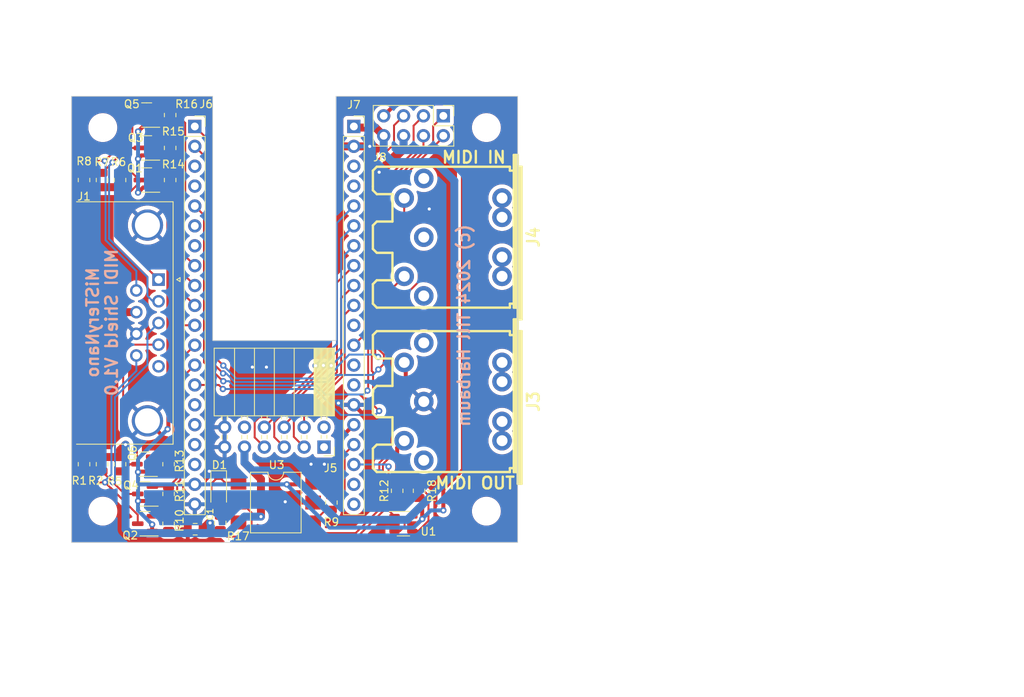
<source format=kicad_pcb>
(kicad_pcb (version 20240108) (generator "pcbnew") (generator_version "8.0")
  (title_block (title "MiSTeryNano MIDI Shield") (date "2024-01-11") (rev "V1.0") (company "Till Harbaum"))
  (layers (0 "F.Cu" signal) (31 "B.Cu" signal) (34 "B.Paste" user) (35 "F.Paste" user) (36 "B.SilkS" user "B.Silkscreen") (37 "F.SilkS" user "F.Silkscreen") (38 "B.Mask" user) (39 "F.Mask" user) (44 "Edge.Cuts" user))
  (net 0 "")
  (net 1 "/UP")
  (net 2 "/DOWN")
  (net 3 "/LEFT")
  (net 4 "/RIGHT")
  (net 5 "/BTN1")
  (net 6 "/BTN2")
  (net 8 "Net-(J3-Pad5)")
  (net 9 "Net-(J3-Pad4)")
  (net 10 "Net-(D1-K)")
  (net 11 "GND")
  (net 12 "+5V")
  (net 13 "Net-(D1-A)")
  (net 16 "Net-(J4-Pad4)")
  (net 21 "P73")
  (net 22 "MIDI_RX")
  (net 23 "+3.3V")
  (net 24 "P74")
  (net 25 "/IO_BTN1")
  (net 26 "/IO_DOWN")
  (net 27 "/IO_UP")
  (net 29 "/IO_RIGHT")
  (net 30 "/IO_LEFT")
  (net 31 "/IO_BTN2")
  (net 33 "BL616_IO16")
  (net 34 "BL616_IO17")
  (net 35 "BL616_IO14")
  (net 36 "BL616_IO15")
  (net 37 "BL616_IO12")
  (net 38 "BL616_IO13")
  (net 39 "BL616_IO10")
  (net 40 "BL616_IO11")
  (net 41 "MIDI_TX")
  (net 42 "P77")
  (net 45 "P31")
  (net 52 "P49")
  (net 59 "Net-(R12-Pad1)")
  (net 60 "Net-(U1-Pad3)")
  (footprint "Resistor_SMD:R_0805_2012Metric" (layer "F.Cu") (at 84.292 88.2 -90)
    (property "Reference" "R10")
    (property "Value" "10k")
  )
  (footprint "Package_TO_SOT_SMD:SOT-23" (layer "F.Cu") (at 81.292 84.4 180)
    (property "Reference" "Q4")
    (property "Value" "BSS123")
  )
  (footprint "Resistor_SMD:R_0805_2012Metric" (layer "F.Cu") (at 90.892 88.1 90)
    (property "Reference" "R17")
    (property "Value" "220")
  )
  (footprint "MountingHole:MountingHole_3.2mm_M3" (layer "F.Cu") (at 75.892 86.6)
    (property "Reference" "H3" (hide yes))
    (property "Value" "MountingHole" (hide yes))
  )
  (footprint "Resistor_SMD:R_0805_2012Metric" (layer "F.Cu") (at 84.492 40.2 -90)
    (property "Reference" "R15")
    (property "Value" "10k")
  )
  (footprint "Connector_PinSocket_2.54mm:PinSocket_2x06_P2.54mm_Horizontal" (layer "F.Cu") (at 104.15 78.4172 -90)
    (property "Reference" "J5")
    (property "Value" "Conn_02x06_Odd_Even" (hide yes))
  )
  (footprint "Resistor_SMD:R_0805_2012Metric" (layer "F.Cu") (at 84.492 36 -90)
    (property "Reference" "R16")
    (property "Value" "10k")
  )
  (footprint "Connector_PinHeader_2.54mm:PinHeader_2x04_P2.54mm_Vertical" (layer "F.Cu") (at 119.392 36.1 -90)
    (property "Reference" "J8")
    (property "Value" "Conn_02x04_Pin")
  )
  (footprint "Connector_PinSocket_2.54mm:PinSocket_1x20_P2.54mm_Vertical" (layer "F.Cu") (at 87.64 37.4564)
    (property "Reference" "J6")
    (property "Value" "Conn_01x20_Socket")
  )
  (footprint "Resistor_SMD:R_0805_2012Metric" (layer "F.Cu") (at 84.292 84.4 -90)
    (property "Reference" "R11")
    (property "Value" "10k")
  )
  (footprint "Connector_Dsub:DSUB-9_Male_Horizontal_P2.77x2.84mm_EdgePinOffset7.70mm_Housed_MountingHolesOffset9.12mm" (layer "F.Cu") (at 83.0124 57.02 -90)
    (property "Reference" "J1")
    (property "Value" "Joystick")
  )
  (footprint "Capacitor_SMD:C_0805_2012Metric" (layer "F.Cu") (at 87.692 88.9)
    (property "Reference" "C1")
    (property "Value" "100nF")
  )
  (footprint "tangnano:din-5" (layer "F.Cu") (at 119.892 51.6 90)
    (property "Reference" "J4")
    (property "Value" "MIDI IN")
  )
  (footprint "Resistor_SMD:R_0805_2012Metric" (layer "F.Cu") (at 84.292 80.6 -90)
    (property "Reference" "R13")
    (property "Value" "10k")
  )
  (footprint "MountingHole:MountingHole_3.2mm_M3" (layer "F.Cu") (at 75.892 37.6)
    (property "Reference" "H2" (hide yes))
    (property "Value" "MountingHole" (hide yes))
  )
  (footprint "Connector_PinSocket_2.54mm:PinSocket_1x20_P2.54mm_Vertical" (layer "F.Cu") (at 107.96 37.4564)
    (property "Reference" "J7")
    (property "Value" "Conn_01x20_Socket")
  )
  (footprint "Resistor_SMD:R_0805_2012Metric" (layer "F.Cu") (at 73.492 80.6 90)
    (property "Reference" "R1")
    (property "Value" "10k")
  )
  (footprint "Package_DIP:SMDIP-6_W9.53mm" (layer "F.Cu") (at 97.992 85.5)
    (property "Reference" "U3")
    (property "Value" "H11L1S")
  )
  (footprint "Resistor_SMD:R_0805_2012Metric" (layer "F.Cu") (at 105.092 85.5 90)
    (property "Reference" "R9")
    (property "Value" "270")
  )
  (footprint "Package_TO_SOT_SMD:SOT-23" (layer "F.Cu") (at 81.192 80.6 180)
    (property "Reference" "Q6")
    (property "Value" "BSS123")
  )
  (footprint "Resistor_SMD:R_0805_2012Metric" (layer "F.Cu") (at 78.092 80.6 90)
    (property "Reference" "R5")
    (property "Value" "10k")
  )
  (footprint "Package_TO_SOT_SMD:SOT-23" (layer "F.Cu") (at 81.292 88.2 180)
    (property "Reference" "Q2")
    (property "Value" "BSS123")
  )
  (footprint "Resistor_SMD:R_0805_2012Metric" (layer "F.Cu") (at 73.492 44.3 -90)
    (property "Reference" "R8")
    (property "Value" "10k")
  )
  (footprint "Package_TO_SOT_SMD:SOT-23-6" (layer "F.Cu") (at 114.292 88.2)
    (property "Reference" "U1")
    (property "Value" "74LVC2G14")
  )
  (footprint "Diode_SMD:D_SOD-123" (layer "F.Cu") (at 90.692 83.8 -90)
    (property "Reference" "D1")
    (property "Value" "1N4148W")
  )
  (footprint "Package_TO_SOT_SMD:SOT-23" (layer "F.Cu") (at 81.492 36 180)
    (property "Reference" "Q5")
    (property "Value" "BSS123")
  )
  (footprint "MountingHole:MountingHole_3.2mm_M3" (layer "F.Cu") (at 124.892 86.6)
    (property "Reference" "H4" (hide yes))
    (property "Value" "MountingHole" (hide yes))
  )
  (footprint "Package_TO_SOT_SMD:SOT-23" (layer "F.Cu") (at 81.492 44.3 180)
    (property "Reference" "Q1")
    (property "Value" "BSS123")
  )
  (footprint "Resistor_SMD:R_0805_2012Metric" (layer "F.Cu") (at 116.292 84 -90)
    (property "Reference" "R18")
    (property "Value" "47")
  )
  (footprint "Resistor_SMD:R_0805_2012Metric" (layer "F.Cu") (at 113.492 84 90)
    (property "Reference" "R12")
    (property "Value" "47")
  )
  (footprint "Package_TO_SOT_SMD:SOT-23" (layer "F.Cu") (at 81.492 40.2 180)
    (property "Reference" "Q3")
    (property "Value" "BSS123")
  )
  (footprint "MountingHole:MountingHole_3.2mm_M3" (layer "F.Cu") (at 124.892 37.6)
    (property "Reference" "H1" (hide yes))
    (property "Value" "MountingHole" (hide yes))
  )
  (footprint "Resistor_SMD:R_0805_2012Metric" (layer "F.Cu") (at 75.792 44.3 -90)
    (property "Reference" "R7")
    (property "Value" "10k")
  )
  (footprint "tangnano:din-5" (layer "F.Cu") (at 119.892 72.6 90)
    (property "Reference" "J3")
    (property "Value" "MIDI OUT")
  )
  (footprint "Resistor_SMD:R_0805_2012Metric" (layer "F.Cu") (at 75.792 80.6 90)
    (property "Reference" "R2")
    (property "Value" "10k")
  )
  (footprint "Resistor_SMD:R_0805_2012Metric" (layer "F.Cu") (at 84.492 44.3 -90)
    (property "Reference" "R14")
    (property "Value" "10k")
  )
  (footprint "Resistor_SMD:R_0805_2012Metric" (layer "F.Cu") (at 78.092 44.3 -90)
    (property "Reference" "R6")
    (property "Value" "10k")
  )
  (gr_poly (pts (xy 71.892 33.6) (xy 89.926 33.6) (xy 89.926 64.8) (xy 105.674 64.8) (xy 105.674 33.6) (xy 128.892 33.6) (xy 128.892 90.6) (xy 71.892 90.6)) (stroke (width 0.1)) (fill none) (layer "Edge.Cuts"))
  (gr_text "MiSTeryNano\nMIDI Shield V1.0" (at 77.892 62.5 90) (layer "B.SilkS") (effects (font (size 1.5 1.5) (thickness 0.3) (bold yes)) (justify bottom mirror)))
  (gr_text "(c) 2024 Till Harbaum" (at 122.892 49.8 90) (layer "B.SilkS") (effects (font (size 1.5 1.5) (thickness 0.3) (bold yes)) (justify left bottom mirror)))
  (segment (start 83.0124 57.02) (end 77.892 51.8996) (width 0.25) (layer "F.Cu") (net 1))
  (segment (start 80.5545 44.6375) (end 80.5545 44.3) (width 0.25) (layer "F.Cu") (net 1))
  (segment (start 77.892 47.3) (end 80.5545 44.6375) (width 0.25) (layer "F.Cu") (net 1))
  (segment (start 79.642 43.3875) (end 80.5545 44.3) (width 0.25) (layer "F.Cu") (net 1))
  (segment (start 77.892 51.8996) (end 77.892 47.3) (width 0.25) (layer "F.Cu") (net 1))
  (segment (start 78.092 43.3875) (end 79.642 43.3875) (width 0.25) (layer "F.Cu") (net 1))
  (segment (start 77.120938 42.051709) (end 77.120938 42.058562) (width 0.25) (layer "F.Cu") (net 2))
  (segment (start 77.120938 42.058562) (end 75.792 43.3875) (width 0.25) (layer "F.Cu") (net 2))
  (segment (start 77.120938 42.051709) (end 78.972647 40.2) (width 0.25) (layer "F.Cu") (net 2))
  (segment (start 83.0124 59.3204) (end 83.0124 59.79) (width 0.25) (layer "F.Cu") (net 2))
  (segment (start 78.972647 40.2) (end 80.5545 40.2) (width 0.25) (layer "F.Cu") (net 2))
  (via (at 77.120938 42.051709) (size 0.8) (drill 0.4) (layers "F.Cu" "B.Cu") (net 2))
  (segment (start 81.592 59.1) (end 82.282 59.79) (width 0.25) (layer "B.Cu") (net 2))
  (segment (start 76.692 42.480647) (end 76.692 51.8) (width 0.25) (layer "B.Cu") (net 2))
  (segment (start 82.282 59.79) (end 83.0124 59.79) (width 0.25) (layer "B.Cu") (net 2))
  (segment (start 76.692 51.8) (end 81.592 56.7) (width 0.25) (layer "B.Cu") (net 2))
  (segment (start 77.120938 42.051709) (end 76.692 42.480647) (width 0.25) (layer "B.Cu") (net 2))
  (segment (start 81.592 56.7) (end 81.592 59.1) (width 0.25) (layer "B.Cu") (net 2))
  (segment (start 77.172697 82.893197) (end 77.172697 82.895906) (width 0.25) (layer "F.Cu") (net 3))
  (segment (start 75.792 81.5125) (end 77.172697 82.893197) (width 0.25) (layer "F.Cu") (net 3))
  (segment (start 77.172697 82.895906) (end 78.676791 84.4) (width 0.25) (layer "F.Cu") (net 3))
  (segment (start 78.676791 84.4) (end 80.3545 84.4) (width 0.25) (layer "F.Cu") (net 3))
  (via (at 77.172697 82.895906) (size 0.8) (drill 0.4) (layers "F.Cu" "B.Cu") (net 3))
  (segment (start 77.442 82.626603) (end 77.442 72.05) (width 0.25) (layer "B.Cu") (net 3))
  (segment (start 81.592 67.9) (end 81.592 63.9804) (width 0.25) (layer "B.Cu") (net 3))
  (segment (start 77.442 72.05) (end 81.592 67.9) (width 0.25) (layer "B.Cu") (net 3))
  (segment (start 77.172697 82.895906) (end 77.442 82.626603) (width 0.25) (layer "B.Cu") (net 3))
  (segment (start 81.592 63.9804) (end 83.0124 62.56) (width 0.25) (layer "B.Cu") (net 3))
  (segment (start 78.492 66.4) (end 78.492 76) (width 0.25) (layer "F.Cu") (net 4))
  (segment (start 78.092 81.5125) (end 78.4795 81.5125) (width 0.25) (layer "F.Cu") (net 4))
  (segment (start 79.562 65.33) (end 78.492 66.4) (width 0.25) (layer "F.Cu") (net 4))
  (segment (start 78.492 76) (end 80.2545 77.7625) (width 0.25) (layer "F.Cu") (net 4))
  (segment (start 83.0124 65.33) (end 79.562 65.33) (width 0.25) (layer "F.Cu") (net 4))
  (segment (start 79.392 80.6) (end 80.2545 80.6) (width 0.25) (layer "F.Cu") (net 4))
  (segment (start 80.2545 77.7625) (end 80.2545 80.6) (width 0.25) (layer "F.Cu") (net 4))
  (segment (start 78.4795 81.5125) (end 79.392 80.6) (width 0.25) (layer "F.Cu") (net 4))
  (segment (start 80.5545 36.4375) (end 80.5545 36) (width 0.25) (layer "F.Cu") (net 5))
  (segment (start 75.0295 41.85) (end 73.492 43.3875) (width 0.25) (layer "F.Cu") (net 5))
  (segment (start 79.667 38.325) (end 79.667 37.325) (width 0.25) (layer "F.Cu") (net 5))
  (segment (start 76.142 41.85) (end 75.0295 41.85) (width 0.25) (layer "F.Cu") (net 5))
  (segment (start 76.142 41.85) (end 79.667 38.325) (width 0.25) (layer "F.Cu") (net 5))
  (segment (start 79.667 37.325) (end 80.5545 36.4375) (width 0.25) (layer "F.Cu") (net 5))
  (via (at 76.142 41.85) (size 0.8) (drill 0.4) (layers "F.Cu" "B.Cu") (net 5))
  (segment (start 76.242 51.986396) (end 80.1724 55.916796) (width 0.25) (layer "B.Cu") (net 5))
  (segment (start 76.142 41.85) (end 76.242 41.95) (width 0.25) (layer "B.Cu") (net 5))
  (segment (start 76.242 41.95) (end 76.242 51.986396) (width 0.25) (layer "B.Cu") (net 5))
  (segment (start 80.1724 55.916796) (end 80.1724 58.405) (width 0.25) (layer "B.Cu") (net 5))
  (segment (start 80.3545 87.0625) (end 80.3545 88.2) (width 0.25) (layer "F.Cu") (net 6))
  (segment (start 76.173451 82.921965) (end 76.872392 83.620906) (width 0.25) (layer "F.Cu") (net 6))
  (segment (start 73.767 81.5125) (end 73.492 81.5125) (width 0.25) (layer "F.Cu") (net 6))
  (segment (start 76.173451 82.918549) (end 76.173451 82.921965) (width 0.25) (layer "F.Cu") (net 6))
  (segment (start 76.173451 82.918549) (end 75.173049 82.918549) (width 0.25) (layer "F.Cu") (net 6))
  (segment (start 76.912906 83.620906) (end 80.3545 87.0625) (width 0.25) (layer "F.Cu") (net 6))
  (segment (start 76.872392 83.620906) (end 76.912906 83.620906) (width 0.25) (layer "F.Cu") (net 6))
  (segment (start 75.173049 82.918549) (end 73.767 81.5125) (width 0.25) (layer "F.Cu") (net 6))
  (via (at 76.173451 82.918549) (size 0.8) (drill 0.4) (layers "F.Cu" "B.Cu") (net 6))
  (segment (start 80.1724 68.683204) (end 80.1724 66.715) (width 0.25) (layer "B.Cu") (net 6))
  (segment (start 76.992 81.9) (end 76.992 71.863604) (width 0.25) (layer "B.Cu") (net 6))
  (segment (start 76.173451 82.718549) (end 76.992 81.9) (width 0.25) (layer "B.Cu") (net 6))
  (segment (start 76.992 71.863604) (end 80.1724 68.683204) (width 0.25) (layer "B.Cu") (net 6))
  (segment (start 76.173451 82.918549) (end 76.173451 82.718549) (width 0.25) (layer "B.Cu") (net 6))
  (segment (start 113.492 78.5) (end 114.392 77.6) (width 0.508) (layer "F.Cu") (net 8))
  (segment (start 113.492 83.0875) (end 113.492 78.5) (width 0.508) (layer "F.Cu") (net 8))
  (segment (start 118.892 80.9) (end 116.7045 83.0875) (width 0.508) (layer "F.Cu") (net 9))
  (segment (start 114.592 67.6) (end 114.592 74.2) (width 0.508) (layer "F.Cu") (net 9))
  (segment (start 116.7045 83.0875) (end 116.292 83.0875) (width 0.508) (layer "F.Cu") (net 9))
  (segment (start 114.592 74.2) (end 118.892 78.5) (width 0.508) (layer "F.Cu") (net 9))
  (segment (start 114.392 67.6) (end 114.592 67.6) (width 0.508) (layer "F.Cu") (net 9))
  (segment (start 118.892 78.5) (end 118.892 80.9) (width 0.508) (layer "F.Cu") (net 9))
  (segment (start 91.502 82.96) (end 90.692 82.15) (width 0.25) (layer "F.Cu") (net 10))
  (segment (start 90.892 87.1875) (end 89.767 86.0625) (width 0.25) (layer "F.Cu") (net 10))
  (segment (start 93.227 82.96) (end 91.502 82.96) (width 0.25) (layer "F.Cu") (net 10))
  (segment (start 89.767 86.0625) (end 89.767 83.075) (width 0.25) (layer "F.Cu") (net 10))
  (segment (start 89.767 83.075) (end 90.692 82.15) (width 0.25) (layer "F.Cu") (net 10))
  (segment (start 110.292 75.3484) (end 110.292 76.7) (width 0.508) (layer "F.Cu") (net 11))
  (segment (start 107.96 73.0164) (end 106.2084 73.0164) (width 0.508) (layer "F.Cu") (net 11))
  (segment (start 114.292 40.5) (end 114.312 40.48) (width 1.016) (layer "F.Cu") (net 11))
  (segment (start 106.3956 39.9964) (end 106.392 40) (width 1.016) (layer "F.Cu") (net 11))
  (segment (start 107.96 39.9964) (end 109.9884 39.9964) (width 1.016) (layer "F.Cu") (net 11))
  (segment (start 102.757 85.5) (end 99.292 85.5) (width 0.508) (layer "F.Cu") (net 11))
  (segment (start 111.692 88.2) (end 110.892 89) (width 0.508) (layer "F.Cu") (net 11))
  (segment (start 99.292 85.5) (end 99.192 85.4) (width 0.508) (layer "F.Cu") (net 11))
  (segment (start 107.96 73.0164) (end 110.292 75.3484) (width 0.508) (layer "F.Cu") (net 11))
  (segment (start 106.2084 73.0164) (end 105.992 72.8) (width 0.508) (layer "F.Cu") (net 11))
  (segment (start 109.9884 39.9964) (end 109.992 40) (width 1.016) (layer "F.Cu") (net 11))
  (segment (start 113.1545 88.2) (end 111.692 88.2) (width 0.508) (layer "F.Cu") (net 11))
  (segment (start 106.3956 39.9964) (end 107.96 39.9964) (width 1.016) (layer "F.Cu") (net 11))
  (segment (start 114.312 38.64) (end 114.312 40.48) (width 1.016) (layer "F.Cu") (net 11))
  (via (at 99.192 85.4) (size 0.8) (drill 0.4) (layers "F.Cu" "B.Cu") (net 11))
  (via (at 117.592 48) (size 0.8) (drill 0.4) (layers "F.Cu" "B.Cu") (net 11))
  (via (at 109.992 40) (size 0.8) (drill 0.4) (layers "F.Cu" "B.Cu") (net 11))
  (via (at 105.992 72.8) (size 0.8) (drill 0.4) (layers "F.Cu" "B.Cu") (net 11))
  (via (at 111.192 43.3) (size 0.8) (drill 0.4) (layers "F.Cu" "B.Cu") (net 11))
  (via (at 102.492 80.6) (size 0.8) (drill 0.4) (layers "F.Cu" "B.Cu") (net 11))
  (via (at 94.992 68.2) (size 0.8) (drill 0.4) (layers "F.Cu" "B.Cu") (net 11))
  (via (at 96.792 68.2) (size 0.8) (drill 0.4) (layers "F.Cu" "B.Cu") (net 11))
  (via (at 89.492 81.5) (size 0.8) (drill 0.4) (layers "F.Cu" "B.Cu") (net 11))
  (via (at 104.192 80.6) (size 0.8) (drill 0.4) (layers "F.Cu" "B.Cu") (net 11))
  (segment (start 114.312 40.18) (end 113.992 40.5) (width 1.016) (layer "B.Cu") (net 11))
  (segment (start 114.312 38.64) (end 114.312 40.18) (width 1.016) (layer "B.Cu") (net 11))
  (segment (start 78.092 79.6875) (end 78.092 78.8) (width 1.016) (layer "F.Cu") (net 12))
  (segment (start 93.99 80.398) (end 93.99 79.398) (width 1.016) (layer "F.Cu") (net 12))
  (segment (start 89.442 88.1) (end 88.642 88.9) (width 1.016) (layer "F.Cu") (net 12))
  (segment (start 108.1036 37.6) (end 107.96 37.4564) (width 1.016) (layer "F.Cu") (net 12))
  (segment (start 80.1724 61.175) (end 73.567 61.175) (width 1.016) (layer "F.Cu") (net 12))
  (segment (start 78.092 78.8) (end 78.792 78.1) (width 1.016) (layer "F.Cu") (net 12))
  (segment (start 96.092 82.5) (end 93.99 80.398) (width 1.016) (layer "F.Cu") (net 12))
  (segment (start 75.792 45.2125) (end 78.092 45.2125) (width 1.016) (layer "F.Cu") (net 12))
  (segment (start 110.732 37.6) (end 108.1036 37.6) (width 1.016) (layer "F.Cu") (net 12))
  (segment (start 96.092 87.3) (end 96.092 82.5) (width 1.016) (layer "F.Cu") (net 12))
  (segment (start 89.592 88.1) (end 89.442 88.1) (width 1.016) (layer "F.Cu") (net 12))
  (segment (start 73.492 79.6875) (end 75.792 79.6875) (width 1.016) (layer "F.Cu") (net 12))
  (segment (start 75.792 79.6875) (end 78.092 79.6875) (width 1.016) (layer "F.Cu") (net 12))
  (segment (start 73.492 45.2125) (end 75.792 45.2125) (width 1.016) (layer "F.Cu") (net 12))
  (segment (start 73.567 61.175) (end 73.492 61.1) (width 1.016) (layer "F.Cu") (net 12))
  (segment (start 73.492 45.2125) (end 73.492 61.1) (width 1.016) (layer "F.Cu") (net 12))
  (segment (start 73.492 61.1) (end 73.492 79.6875) (width 1.016) (layer "F.Cu") (net 12))
  (segment (start 111.772 38.64) (end 110.732 37.6) (width 1.016) (layer "F.Cu") (net 12))
  (segment (start 93.99 79.398) (end 93.99 78.4172) (width 1.016) (layer "F.Cu") (net 12))
  (via (at 96.092 87.3) (size 0.8) (drill 0.4) (layers "F.Cu" "B.Cu") (net 12))
  (via (at 89.592 88.1) (size 0.8) (drill 0.4) (layers "F.Cu" "B.Cu") (net 12))
  (via (at 78.792 78.1) (size 0.8) (drill 0.4) (layers "F.Cu" "B.Cu") (net 12))
  (segment (start 112.892 42) (end 118.392 42) (width 1.016) (layer "B.Cu") (net 12))
  (segment (start 120.792 44.4) (end 120.792 81.7) (width 1.016) (layer "B.Cu") (net 12))
  (segment (start 114.792 87.7) (end 105.792 87.7) (width 1.016) (layer "B.Cu") (net 12))
  (segment (start 111.772 40.88) (end 112.892 42) (width 1.016) (layer "B.Cu") (net 12))
  (segment (start 94.992 81.4) (end 93.99 80.398) (width 1.016) (layer "B.Cu") (net 12))
  (segment (start 96.092 87.3) (end 93.992 87.3) (width 1.016) (layer "B.Cu") (net 12))
  (segment (start 111.772 38.64) (end 111.772 40.88) (width 1.016) (layer "B.Cu") (net 12))
  (segment (start 120.792 81.7) (end 114.792 87.7) (width 1.016) (layer "B.Cu") (net 12))
  (segment (start 118.392 42) (end 120.792 44.4) (width 1.016) (layer "B.Cu") (net 12))
  (segment (start 89.692 88.2) (end 89.692 89.408) (width 1.016) (layer "B.Cu") (net 12))
  (segment (start 89.592 88.1) (end 89.692 88.2) (width 1.016) (layer "B.Cu") (net 12))
  (segment (start 78.792 78.1) (end 78.792 88.9) (width 1.016) (layer "B.Cu") (net 12))
  (segment (start 79.3 89.408) (end 88.592 89.408) (width 1.016) (layer "B.Cu") (net 12))
  (segment (start 89.692 89.408) (end 88.592 89.408) (width 1.016) (layer "B.Cu") (net 12))
  (segment (start 93.99 80.398) (end 93.99 78.4172) (width 1.016) (layer "B.Cu") (net 12))
  (segment (start 99.492 81.4) (end 94.992 81.4) (width 1.016) (layer "B.Cu") (net 12))
  (segment (start 93.992 87.3) (end 91.884 89.408) (width 1.016) (layer "B.Cu") (net 12))
  (segment (start 91.884 89.408) (end 88.592 89.408) (width 1.016) (layer "B.Cu") (net 12))
  (segment (start 105.792 87.7) (end 99.492 81.4) (width 1.016) (layer "B.Cu") (net 12))
  (segment (start 78.792 88.9) (end 79.3 89.408) (width 1.016) (layer "B.Cu") (net 12))
  (segment (start 112.242 58.75) (end 114.392 56.6) (width 0.25) (layer "F.Cu") (net 13))
  (segment (start 111.217 86.375) (end 111.217 80.413299) (width 0.25) (layer "F.Cu") (net 13))
  (segment (start 94.892 86.8) (end 94.892 89.1) (width 0.25) (layer "F.Cu") (net 13))
  (segment (start 108.192 89.4) (end 111.217 86.375) (width 0.25) (layer "F.Cu") (net 13))
  (segment (start 93.227 85.5) (end 90.742 85.5) (width 0.25) (layer "F.Cu") (net 13))
  (segment (start 93.592 85.5) (end 94.892 86.8) (width 0.25) (layer "F.Cu") (net 13))
  (segment (start 111.217 80.413299) (end 112.242 79.388299) (width 0.25) (layer "F.Cu") (net 13))
  (segment (start 94.892 89.1) (end 95.192 89.4) (width 0.25) (layer "F.Cu") (net 13))
  (segment (start 95.192 89.4) (end 108.192 89.4) (width 0.25) (layer "F.Cu") (net 13))
  (segment (start 93.227 85.5) (end 93.592 85.5) (width 0.25) (layer "F.Cu") (net 13))
  (segment (start 112.242 79.388299) (end 112.242 58.75) (width 0.25) (layer "F.Cu") (net 13))
  (segment (start 90.742 85.5) (end 90.692 85.45) (width 0.25) (layer "F.Cu") (net 13))
  (segment (start 108.442 89.85) (end 91.7295 89.85) (width 0.25) (layer "F.Cu") (net 16))
  (segment (start 114.392 53.93967) (end 116.24634 55.79401) (width 0.25) (layer "F.Cu") (net 16))
  (segment (start 111.667 80.599695) (end 111.667 86.625) (width 0.25) (layer "F.Cu") (net 16))
  (segment (start 111.667 86.625) (end 108.442 89.85) (width 0.25) (layer "F.Cu") (net 16))
  (segment (start 116.24634 55.79401) (end 116.24634 57.28533) (width 0.25) (layer "F.Cu") (net 16))
  (segment (start 114.392 46.6) (end 114.392 53.93967) (width 0.25) (layer "F.Cu") (net 16))
  (segment (start 112.692 60.83967) (end 112.692 79.574695) (width 0.25) (layer "F.Cu") (net 16))
  (segment (start 91.7295 89.85) (end 90.892 89.0125) (width 0.25) (layer "F.Cu") (net 16))
  (segment (start 112.692 79.574695) (end 111.667 80.599695) (width 0.25) (layer "F.Cu") (net 16))
  (segment (start 116.24634 57.28533) (end 112.692 60.83967) (width 0.25) (layer "F.Cu") (net 16))
  (segment (start 91.2845 68) (end 89.742 66.4575) (width 0.25) (layer "F.Cu") (net 21))
  (segment (start 110.692 66.5245) (end 110.692 46.863604) (width 0.25) (layer "F.Cu") (net 21))
  (segment (start 118.092 39.463604) (end 118.092 37.4) (width 0.25) (layer "F.Cu") (net 21))
  (segment (start 89.742 39.5584) (end 87.64 37.4564) (width 0.25) (layer "F.Cu") (net 21))
  (segment (start 111.0675 66.9) (end 110.692 66.5245) (width 0.25) (layer "F.Cu") (net 21))
  (segment (start 110.692 46.863604) (end 118.092 39.463604) (width 0.25) (layer "F.Cu") (net 21))
  (segment (start 89.742 66.4575) (end 89.742 39.5584) (width 0.25) (layer "F.Cu") (net 21))
  (segment (start 118.092 37.4) (end 119.392 36.1) (width 0.25) (layer "F.Cu") (net 21))
  (via (at 91.2845 68) (size 0.8) (drill 0.4) (layers "F.Cu" "B.Cu") (net 21))
  (via (at 111.0675 66.9) (size 0.8) (drill 0.4) (layers "F.Cu" "B.Cu") (net 21))
  (segment (start 91.2845 68) (end 91.292 68) (width 0.25) (layer "B.Cu") (net 21))
  (segment (start 110.7675 66.6) (end 111.0675 66.9) (width 0.25) (layer "B.Cu") (net 21))
  (segment (start 105.7995 68.300305) (end 105.7995 68.164673) (width 0.25) (layer "B.Cu") (net 21))
  (segment (start 107.364173 66.6) (end 110.7675 66.6) (width 0.25) (layer "B.Cu") (net 21))
  (segment (start 105.7995 68.164673) (end 107.364173 66.6) (width 0.25) (layer "B.Cu") (net 21))
  (segment (start 91.292 68) (end 92.938041 69.646041) (width 0.25) (layer "B.Cu") (net 21))
  (segment (start 104.453764 69.646041) (end 105.7995 68.300305) (width 0.25) (layer "B.Cu") (net 21))
  (segment (start 92.938041 69.646041) (end 104.453764 69.646041) (width 0.25) (layer "B.Cu") (net 21))
  (segment (start 106.785 79.2714) (end 107.96 78.0964) (width 0.25) (layer "F.Cu") (net 22))
  (segment (start 102.757 88.04) (end 104.3845 86.4125) (width 0.25) (layer "F.Cu") (net 22))
  (segment (start 106.785 84.7195) (end 106.785 79.2714) (width 0.25) (layer "F.Cu") (net 22))
  (segment (start 104.3845 86.4125) (end 105.092 86.4125) (width 0.25) (layer "F.Cu") (net 22))
  (segment (start 105.092 86.4125) (end 106.785 84.7195) (width 0.25) (layer "F.Cu") (net 22))
  (segment (start 84.4545 41.15) (end 84.492 41.1125) (width 0.508) (layer "F.Cu") (net 23))
  (segment (start 82.192 88.3) (end 82.192 89.1125) (width 0.508) (layer "F.Cu") (net 23))
  (segment (start 106.192 81.9) (end 105.132 82.96) (width 0.508) (layer "F.Cu") (net 23))
  (segment (start 84.4545 36.95) (end 84.492 36.9125) (width 0.508) (layer "F.Cu") (net 23))
  (segment (start 84.2664 76.0267) (end 84.2664 45.4381) (width 0.508) (layer "F.Cu") (net 23))
  (segment (start 105.092 83) (end 105.052 82.96) (width 0.508) (layer "F.Cu") (net 23))
  (segment (start 82.4295 41.15) (end 84.4545 41.15) (width 0.508) (layer "F.Cu") (net 23))
  (segment (start 116.692 87.6) (end 116.692 85.3125) (width 0.508) (layer "F.Cu") (net 23))
  (segment (start 113.096 34.796) (end 113.076 34.796) (width 0.508) (layer "F.Cu") (net 23))
  (segment (start 82.2295 85.35) (end 84.2545 85.35) (width 0.508) (layer "F.Cu") (net 23))
  (segment (start 82.192 89.1125) (end 82.2295 89.15) (width 0.508) (layer "F.Cu") (net 23))
  (segment (start 121.892 81.3) (end 121.892 35.3) (width 0.508) (layer "F.Cu") (net 23))
  (segment (start 105.052 82.96) (end 102.757 82.96) (width 0.508) (layer "F.Cu") (net 23))
  (segment (start 80.842 41.15) (end 80.392 41.6) (width 0.508) (layer "F.Cu") (net 23))
  (segment (start 107.96 75.5564) (end 106.192 77.3244) (width 0.508) (layer "F.Cu") (net 23))
  (segment (start 82.4295 45.25) (end 84.4545 45.25) (width 0.508) (layer "F.Cu") (net 23))
  (segment (start 82.467 45.2125) (end 82.4295 45.25) (width 0.254) (layer "F.Cu") (net 23))
  (segment (start 116.092 88.2) (end 116.692 87.6) (width 0.508) (layer "F.Cu") (net 23))
  (segment (start 82.4295 36.95) (end 81.542 36.95) (width 0.508) (layer "F.Cu") (net 23))
  (segment (start 82.4295 45.25) (end 81.042 45.25) (width 0.508) (layer "F.Cu") (net 23))
  (segment (start 82.1295 81.55) (end 84.2545 81.55) (width 0.508) (layer "F.Cu") (net 23))
  (segment (start 113.392 34.5) (end 113.096 34.796) (width 0.508) (layer "F.Cu") (net 23))
  (segment (start 84.2545 81.55) (end 84.292 81.5125) (width 0.508) (layer "F.Cu") (net 23))
  (segment (start 105.132 82.96) (end 102.757 82.96) (width 0.508) (layer "F.Cu") (net 23))
  (segment (start 80.392 85.2995) (end 80.3925 85.3) (width 0.508) (layer "F.Cu") (net 23))
  (segment (start 121.892 35.3) (end 121.092 34.5) (width 0.508) (layer "F.Cu") (net 23))
  (segment (start 121.092 34.5) (end 113.392 34.5) (width 0.508) (layer "F.Cu") (net 23))
  (segment (start 81.042 45.25) (end 80.392 45.9) (width 0.508) (layer "F.Cu") (net 23))
  (segment (start 84.4545 45.25) (end 84.492 45.2125) (width 0.508) (layer "F.Cu") (net 23))
  (segment (start 82.2295 89.15) (end 84.2545 89.15) (width 0.508) (layer "F.Cu") (net 23))
  (segment (start 82.4295 36.95) (end 84.4545 36.95) (width 0.508) (layer "F.Cu") (net 23))
  (segment (start 119.392 83.8) (end 121.892 81.3) (width 0.508) (layer "F.Cu") (net 23))
  (segment (start 81.542 36.95) (end 80.392 38.1) (width 0.508) (layer "F.Cu") (net 23))
  (segment (start 102.5406 83.1764) (end 102.757 82.96) (width 0.508) (layer "F.Cu") (net 23))
  (segment (start 80.392 81.6) (end 80.442 81.55) (width 0.508) (layer "F.Cu") (net 23))
  (segment (start 84.1675 76.1256) (end 84.2664 76.0267) (width 0.508) (layer "F.Cu") (net 23))
  (segment (start 84.2545 85.35) (end 84.292 85.3125) (width 0.508) (layer "F.Cu") (net 23))
  (segment (start 113.076 34.796) (end 111.772 36.1) (width 0.508) (layer "F.Cu") (net 23))
  (segment (start 80.442 81.55) (end 82.1295 81.55) (width 0.508) (layer "F.Cu") (net 23))
  (segment (start 116.692 85.3125) (end 116.292 84.9125) (width 0.508) (layer "F.Cu") (net 23))
  (segment (start 80.3925 85.3) (end 82.1795 85.3) (width 0.508) (layer "F.Cu") (net 23))
  (segment (start 82.4295 41.15) (end 80.842 41.15) (width 0.508) (layer "F.Cu") (net 23))
  (segment (start 84.2664 45.4381) (end 84.492 45.2125) (width 0.508) (layer "F.Cu") (net 23))
  (segment (start 105.092 84.5875) (end 105.092 83) (width 0.508) (layer "F.Cu") (net 23))
  (segment (start 119.392 86.5) (end 119.392 83.8) (width 0.508) (layer "F.Cu") (net 23))
  (segment (start 99.392 83.1764) (end 102.5406 83.1764) (width 0.508) (layer "F.Cu") (net 23))
  (segment (start 106.192 77.3244) (end 106.192 81.9) (width 0.508) (layer "F.Cu") (net 23))
  (segment (start 82.1795 85.3) (end 82.2295 85.35) (width 0.508) (layer "F.Cu") (net 23))
  (segment (start 115.4295 88.2) (end 116.092 88.2) (width 0.508) (layer "F.Cu") (net 23))
  (segment (start 84.2545 89.15) (end 84.292 89.1125) (width 0.508) (layer "F.Cu") (net 23))
  (via (at 80.392 38.1) (size 0.8) (drill 0.4) (layers "F.Cu" "B.Cu") (net 23))
  (via (at 80.392 85.2995) (size 0.8) (drill 0.4) (layers "F.Cu" "B.Cu") (net 23))
  (via (at 84.1675 76.1256) (size 0.8) (drill 0.4) (layers "F.Cu" "B.Cu") (net 23))
  (via (at 80.392 41.6) (size 0.8) (drill 0.4) (layers "F.Cu" "B.Cu") (net 23))
  (via (at 116.692 87.6) (size 0.8) (drill 0.4) (layers "F.Cu" "B.Cu") (net 23))
  (via (at 80.392 45.9) (size 0.8) (drill 0.4) (layers "F.Cu" "B.Cu") (net 23))
  (via (at 80.392 81.6) (size 0.8) (drill 0.4) (layers "F.Cu" "B.Cu") (net 23))
  (via (at 119.392 86.5) (size 0.8) (drill 0.4) (layers "F.Cu" "B.Cu") (net 23))
  (via (at 99.392 83.1764) (size 0.8) (drill 0.4) (layers "F.Cu" "B.Cu") (net 23))
  (via (at 82.192 88.3) (size 0.8) (drill 0.4) (layers "F.Cu" "B.Cu") (net 23))
  (segment (start 80.392 41.6) (end 80.392 45.9) (width 0.508) (layer "B.Cu") (net 23))
  (segment (start 80.4156 83.1764) (end 80.392 83.2) (width 0.508) (layer "B.Cu") (net 23))
  (segment (start 115.592 88.7) (end 116.692 87.6) (width 0.508) (layer "B.Cu") (net 23))
  (segment (start 82.192 88.3) (end 80.392 86.5) (width 0.508) (layer "B.Cu") (net 23))
  (segment (start 99.392 83.1764) (end 87.64 83.1764) (width 0.508) (layer "B.Cu") (net 23))
  (segment (start 99.392 83.2) (end 104.892 88.7) (width 0.508) (layer "B.Cu") (net 23))
  (segment (start 119.392 86.5) (end 117.792 86.5) (width 0.508) (layer "B.Cu") (net 23))
  (segment (start 80.392 79.9011) (end 80.392 81.6) (width 0.508) (layer "B.Cu") (net 23))
  (segment (start 84.1675 76.1256) (end 80.392 79.9011) (width 0.508) (layer "B.Cu") (net 23))
  (segment (start 80.392 86.5) (end 80.392 85.2995) (width 0.508) (layer "B.Cu") (net 23))
  (segment (start 80.392 81.6) (end 80.392 83.2) (width 0.508) (layer "B.Cu") (net 23))
  (segment (start 80.392 85.2995) (end 80.392 83.2) (width 0.508) (layer "B.Cu") (net 23))
  (segment (start 117.792 86.5) (end 116.692 87.6) (width 0.508) (layer "B.Cu") (net 23))
  (segment (start 80.392 38.1) (end 80.392 41.6) (width 0.508) (layer "B.Cu") (net 23))
  (segment (start 104.892 88.7) (end 115.592 88.7) (width 0.508) (layer "B.Cu") (net 23))
  (segment (start 99.392 83.1764) (end 99.392 83.2) (width 0.508) (layer "B.Cu") (net 23))
  (segment (start 87.64 83.1764) (end 80.4156 83.1764) (width 0.508) (layer "B.Cu") (net 23))
  (segment (start 111.7925 67.7995) (end 111.7925 66.599695) (width 0.25) (layer "F.Cu") (net 24))
  (segment (start 89.292 41.6484) (end 87.64 39.9964) (width 0.25) (layer "F.Cu") (net 24))
  (segment (start 111.7925 66.599695) (end 111.142 65.949195) (width 0.25) (layer "F.Cu") (net 24))
  (segment (start 91.253079 68.999009) (end 89.292 67.03793) (width 0.25) (layer "F.Cu") (net 24))
  (segment (start 111.092 68.5) (end 111.7925 67.7995) (width 0.25) (layer "F.Cu") (net 24))
  (segment (start 111.142 65.949195) (end 111.142 47.05) (width 0.25) (layer "F.Cu") (net 24))
  (segment (start 89.292 67.03793) (end 89.292 41.6484) (width 0.25) (layer "F.Cu") (net 24))
  (segment (start 111.142 47.05) (end 119.392 38.8) (width 0.25) (layer "F.Cu") (net 24))
  (segment (start 119.392 38.8) (end 119.392 38.64) (width 0.25) (layer "F.Cu") (net 24))
  (via (at 91.253079 68.999009) (size 0.8) (drill 0.4) (layers "F.Cu" "B.Cu") (net 24))
  (via (at 111.092 68.5) (size 0.8) (drill 0.4) (layers "F.Cu" "B.Cu") (net 24))
  (segment (start 92.751645 70.096041) (end 104.624437 70.096041) (width 0.25) (layer "B.Cu") (net 24))
  (segment (start 105.536201 69.2) (end 110.392 69.2) (width 0.25) (layer "B.Cu") (net 24))
  (segment (start 91.253079 68.999009) (end 91.654613 68.999009) (width 0.25) (layer "B.Cu") (net 24))
  (segment (start 91.654613 68.999009) (end 92.751645 70.096041) (width 0.25) (layer "B.Cu") (net 24))
  (segment (start 110.392 69.2) (end 111.092 68.5) (width 0.25) (layer "B.Cu") (net 24))
  (segment (start 104.624437 70.096041) (end 104.632299 70.103902) (width 0.25) (layer "B.Cu") (net 24))
  (segment (start 104.632299 70.103902) (end 105.536201 69.2) (width 0.25) (layer "B.Cu") (net 24))
  (segment (start 84.4545 35.05) (end 84.492 35.0875) (width 0.25) (layer "F.Cu") (net 25))
  (segment (start 82.4295 35.05) (end 84.4545 35.05) (width 0.25) (layer "F.Cu") (net 25))
  (segment (start 85.7454 53.3418) (end 87.64 55.2364) (width 0.25) (layer "F.Cu") (net 25))
  (segment (start 86.417 37.0125) (end 86.417 46.447792) (width 0.25) (layer "F.Cu") (net 25))
  (segment (start 86.417 46.447792) (end 85.7454 47.119392) (width 0.25) (layer "F.Cu") (net 25))
  (segment (start 85.7454 47.119392) (end 85.7454 53.3418) (width 0.25) (layer "F.Cu") (net 25))
  (segment (start 84.492 35.0875) (end 86.417 37.0125) (width 0.25) (layer "F.Cu") (net 25))
  (segment (start 84.492 39.2875) (end 85.967 40.7625) (width 0.25) (layer "F.Cu") (net 26))
  (segment (start 85.967 40.7625) (end 85.967 46.261396) (width 0.25) (layer "F.Cu") (net 26))
  (segment (start 85.967 46.261396) (end 85.2954 46.932996) (width 0.25) (layer "F.Cu") (net 26))
  (segment (start 82.4295 39.25) (end 84.4545 39.25) (width 0.25) (layer "F.Cu") (net 26))
  (segment (start 85.2954 46.932996) (end 85.2954 55.4318) (width 0.25) (layer "F.Cu") (net 26))
  (segment (start 84.4545 39.25) (end 84.492 39.2875) (width 0.25) (layer "F.Cu") (net 26))
  (segment (start 85.2954 55.4318) (end 87.64 57.7764) (width 0.25) (layer "F.Cu") (net 26))
  (segment (start 82.467 43.3875) (end 82.4295 43.35) (width 0.254) (layer "F.Cu") (net 27))
  (segment (start 85.517 46.075) (end 84.8454 46.7466) (width 0.25) (layer "F.Cu") (net 27))
  (segment (start 84.4545 43.35) (end 84.492 43.3875) (width 0.25) (layer "F.Cu") (net 27))
  (segment (start 85.517 44.4125) (end 85.517 46.075) (width 0.25) (layer "F.Cu") (net 27))
  (segment (start 84.8454 57.5218) (end 87.64 60.3164) (width 0.25) (layer "F.Cu") (net 27))
  (segment (start 82.4295 43.35) (end 84.4545 43.35) (width 0.25) (layer "F.Cu") (net 27))
  (segment (start 84.492 43.3875) (end 85.517 44.4125) (width 0.25) (layer "F.Cu") (net 27))
  (segment (start 84.8454 46.7466) (end 84.8454 57.5218) (width 0.25) (layer "F.Cu") (net 27))
  (segment (start 84.2545 79.65) (end 84.292 79.6875) (width 0.25) (layer "F.Cu") (net 29))
  (segment (start 86.2356 62.8564) (end 84.892 64.2) (width 0.25) (layer "F.Cu") (net 29))
  (segment (start 87.64 62.8564) (end 86.2356 62.8564) (width 0.25) (layer "F.Cu") (net 29))
  (segment (start 84.892 64.2) (end 84.892 79.0875) (width 0.25) (layer "F.Cu") (net 29))
  (segment (start 82.1295 79.65) (end 84.2545 79.65) (width 0.25) (layer "F.Cu") (net 29))
  (segment (start 84.892 79.0875) (end 84.292 79.6875) (width 0.25) (layer "F.Cu") (net 29))
  (segment (start 85.342 82.4375) (end 84.292 83.4875) (width 0.25) (layer "F.Cu") (net 30))
  (segment (start 85.342 67.6944) (end 85.342 82.4375) (width 0.25) (layer "F.Cu") (net 30))
  (segment (start 87.64 65.3964) (end 85.342 67.6944) (width 0.25) (layer "F.Cu") (net 30))
  (segment (start 84.2545 83.45) (end 84.292 83.4875) (width 0.25) (layer "F.Cu") (net 30))
  (segment (start 82.2295 83.45) (end 84.2545 83.45) (width 0.25) (layer "F.Cu") (net 30))
  (segment (start 85.392 83.023896) (end 85.392 86.1875) (width 0.25) (layer "F.Cu") (net 31))
  (segment (start 85.792 69.7844) (end 85.792 82.623896) (width 0.25) (layer "F.Cu") (net 31))
  (segment (start 82.2295 87.25) (end 84.2545 87.25) (width 0.25) (layer "F.Cu") (net 31))
  (segment (start 85.792 82.623896) (end 85.392 83.023896) (width 0.25) (layer "F.Cu") (net 31))
  (segment (start 87.64 67.9364) (end 85.792 69.7844) (width 0.25) (layer "F.Cu") (net 31))
  (segment (start 85.392 86.1875) (end 84.292 87.2875) (width 0.25) (layer "F.Cu") (net 31))
  (segment (start 84.2545 87.25) (end 84.292 87.2875) (width 0.25) (layer "F.Cu") (net 31))
  (segment (start 101.61 78.4172) (end 100.292 77.0992) (width 0.25) (layer "F.Cu") (net 35))
  (segment (start 106.335 68.957) (end 106.335 59.4014) (width 0.25) (layer "F.Cu") (net 35))
  (segment (start 100.292 75) (end 106.335 68.957) (width 0.25) (layer "F.Cu") (net 35))
  (segment (start 100.292 77.0992) (end 100.292 75) (width 0.25) (layer "F.Cu") (net 35))
  (segment (start 106.335 59.4014) (end 107.96 57.7764) (width 0.25) (layer "F.Cu") (net 35))
  (segment (start 106.792 69.136396) (end 106.785 69.129396) (width 0.25) (layer "F.Cu") (net 36))
  (segment (start 101.61 74.318396) (end 106.792 69.136396) (width 0.25) (layer "F.Cu") (net 36))
  (segment (start 106.785 61.4914) (end 107.96 60.3164) (width 0.25) (layer "F.Cu") (net 36))
  (segment (start 101.61 75.8772) (end 101.61 74.318396) (width 0.25) (layer "F.Cu") (net 36))
  (segment (start 106.785 69.129396) (end 106.785 61.4914) (width 0.25) (layer "F.Cu") (net 36))
  (segment (start 103.083322 69.960274) (end 97.792 75.251596) (width 0.25) (layer "F.Cu") (net 37))
  (segment (start 105.0745 68) (end 103.114226 69.960274) (width 0.25) (layer "F.Cu") (net 37))
  (segment (start 103.114226 69.960274) (end 103.083322 69.960274) (width 0.25) (layer "F.Cu") (net 37))
  (segment (start 97.792 75.251596) (end 97.792 77.1392) (width 0.25) (layer "F.Cu") (net 37))
  (segment (start 97.792 77.1392) (end 99.07 78.4172) (width 0.25) (layer "F.Cu") (net 37))
  (via (at 105.0745 68) (size 0.8) (drill 0.4) (layers "F.Cu" "B.Cu") (net 37))
  (segment (start 106.785 59.831346) (end 106.792 59.824346) (width 0.25) (layer "B.Cu") (net 37))
  (segment (start 105.0745 68) (end 105.092 68) (width 0.25) (layer "B.Cu") (net 37))
  (segment (start 106.792 59.824346) (end 106.792 58.268454) (width 0.25) (layer "B.Cu") (net 37))
  (segment (start 106.785 58.261454) (end 106.785 53.8714) (width 0.25) (layer "B.Cu") (net 37))
  (segment (start 106.792 58.268454) (end 106.785 58.261454) (width 0.25) (layer "B.Cu") (net 37))
  (segment (start 106.785 66.307) (end 106.785 59.831346) (width 0.25) (layer "B.Cu") (net 37))
  (segment (start 106.785 53.8714) (end 107.96 52.6964) (width 0.25) (layer "B.Cu") (net 37))
  (segment (start 105.092 68) (end 106.785 66.307) (width 0.25) (layer "B.Cu") (net 37))
  (segment (start 107.96 55.2364) (end 105.799 57.3974) (width 0.25) (layer "F.Cu") (net 38))
  (segment (start 99.07 75.585604) (end 99.07 75.8772) (width 0.25) (layer "F.Cu") (net 38))
  (segment (start 105.799 57.3974) (end 105.799 68.856604) (width 0.25) (layer "F.Cu") (net 38))
  (segment (start 105.799 68.856604) (end 99.07 75.585604) (width 0.25) (layer "F.Cu") (net 38))
  (segment (start 97.170804 74.6) (end 95.892 74.6) (width 0.25) (layer "F.Cu") (net 39))
  (segment (start 103.072108 68.015266) (end 103.072108 68.698696) (width 0.25) (layer "F.Cu") (net 39))
  (segment (start 103.072108 68.698696) (end 97.170804 74.6) (width 0.25) (layer "F.Cu") (net 39))
  (segment (start 95.892 74.6) (end 95.292 75.2) (width 0.25) (layer "F.Cu") (net 39))
  (segment (start 95.292 77.1792) (end 96.53 78.4172) (width 0.25) (layer "F.Cu") (net 39))
  (segment (start 95.292 75.2) (end 95.292 77.1792) (width 0.25) (layer "F.Cu") (net 39))
  (via (at 103.072108 68.015266) (size 0.8) (drill 0.4) (layers "F.Cu" "B.Cu") (net 39))
  (segment (start 105.799 49.7774) (end 107.96 47.6164) (width 0.25) (layer "B.Cu") (net 39))
  (segment (start 103.345951 67.741423) (end 103.345951 67.678646) (width 0.25) (layer "B.Cu") (net 39))
  (segment (start 103.345951 67.678646) (end 105.799 65.225597) (width 0.25) (layer "B.Cu") (net 39))
  (segment (start 103.072108 68.015266) (end 103.345951 67.741423) (width 0.25) (layer "B.Cu") (net 39))
  (segment (start 105.799 65.225597) (end 105.799 49.7774) (width 0.25) (layer "B.Cu") (net 39))
  (segment (start 104.070951 67.978951) (end 104.070951 68.336249) (width 0.25) (layer "F.Cu") (net 40))
  (segment (start 104.070951 68.336249) (end 96.53 75.8772) (width 0.25) (layer "F.Cu") (net 40))
  (via (at 104.070951 67.978951) (size 0.8) (drill 0.4) (layers "F.Cu" "B.Cu") (net 40))
  (segment (start 106.335 65.714902) (end 106.335 51.7814) (width 0.25) (layer "B.Cu") (net 40))
  (segment (start 106.335 51.7814) (end 107.96 50.1564) (width 0.25) (layer "B.Cu") (net 40))
  (segment (start 104.070951 67.978951) (end 106.335 65.714902) (width 0.25) (layer "B.Cu") (net 40))
  (segment (start 113.1545 87.25) (end 112.392 86.4875) (width 0.25) (layer "F.Cu") (net 41))
  (segment (start 112.392 86.4875) (end 112.392 80.9) (width 0.25) (layer "F.Cu") (net 41))
  (via (at 112.392 80.9) (size 0.8) (drill 0.4) (layers "F.Cu" "B.Cu") (net 41))
  (segment (start 112.392 80.9) (end 112.1284 80.6364) (width 0.25) (layer "B.Cu") (net 41))
  (segment (start 112.1284 80.6364) (end 107.96 80.6364) (width 0.25) (layer "B.Cu") (net 41))
  (segment (start 90.952774 69.724009) (end 88.815 67.586235) (width 0.25) (layer "F.Cu") (net 42))
  (segment (start 109.792 46.490812) (end 115.592 40.690812) (width 0.25) (layer "F.Cu") (net 42))
  (segment (start 109.692 71.2) (end 109.792 71.1) (width 0.25) (layer "F.Cu") (net 42))
  (segment (start 91.010526 69.724009) (end 90.952774 69.724009) (width 0.25) (layer "F.Cu") (net 42))
  (segment (start 91.284533 69.998016) (end 91.010526 69.724009) (width 0.25) (layer "F.Cu") (net 42))
  (segment (start 115.592 40.690812) (end 115.592 37.36) (width 0.25) (layer "F.Cu") (net 42))
  (segment (start 88.815 67.586235) (end 88.815 48.7914) (width 0.25) (layer "F.Cu") (net 42))
  (segment (start 88.815 48.7914) (end 87.64 47.6164) (width 0.25) (layer "F.Cu") (net 42))
  (segment (start 115.592 37.36) (end 116.852 36.1) (width 0.25) (layer "F.Cu") (net 42))
  (segment (start 109.792 71.1) (end 109.792 46.490812) (width 0.25) (layer "F.Cu") (net 42))
  (via (at 91.284533 69.998016) (size 0.8) (drill 0.4) (layers "F.Cu" "B.Cu") (net 42))
  (via (at 109.692 71.2) (size 0.8) (drill 0.4) (layers "F.Cu" "B.Cu") (net 42))
  (segment (start 104.328396 71.7) (end 109.192 71.7) (width 0.25) (layer "B.Cu") (net 42))
  (segment (start 92.017224 69.998016) (end 92.565249 70.546041) (width 0.25) (layer "B.Cu") (net 42))
  (segment (start 91.284533 69.998016) (end 92.017224 69.998016) (width 0.25) (layer "B.Cu") (net 42))
  (segment (start 92.565249 70.546041) (end 103.174437 70.546041) (width 0.25) (layer "B.Cu") (net 42))
  (segment (start 103.174437 70.546041) (end 104.328396 71.7) (width 0.25) (layer "B.Cu") (net 42))
  (segment (start 109.192 71.7) (end 109.692 71.2) (width 0.25) (layer "B.Cu") (net 42))
  (segment (start 110.242 68.675305) (end 110.242 46.677208) (width 0.25) (layer "F.Cu") (net 45))
  (segment (start 111.192 73.8) (end 110.417 73.025) (width 0.25) (layer "F.Cu") (net 45))
  (segment (start 110.242 46.677208) (end 116.852 40.067208) (width 0.25) (layer "F.Cu") (net 45))
  (segment (start 116.852 40.067208) (end 116.852 38.64) (width 0.25) (layer "F.Cu") (net 45))
  (segment (start 110.417 73.025) (end 110.417 68.850305) (width 0.25) (layer "F.Cu") (net 45))
  (segment (start 110.417 68.850305) (end 110.242 68.675305) (width 0.25) (layer "F.Cu") (net 45))
  (segment (start 90.710575 70.4764) (end 87.64 70.4764) (width 0.25) (layer "F.Cu") (net 45))
  (segment (start 91.230216 70.996041) (end 90.710575 70.4764) (width 0.25) (layer "F.Cu") (net 45))
  (via (at 91.230216 70.996041) (size 0.8) (drill 0.4) (layers "F.Cu" "B.Cu") (net 45))
  (via (at 111.192 73.8) (size 0.8) (drill 0.4) (layers "F.Cu" "B.Cu") (net 45))
  (segment (start 110.692 74.3) (end 106.292 74.3) (width 0.25) (layer "B.Cu") (net 45))
  (segment (start 102.988041 70.996041) (end 91.230216 70.996041) (width 0.25) (layer "B.Cu") (net 45))
  (segment (start 111.192 73.8) (end 110.692 74.3) (width 0.25) (layer "B.Cu") (net 45))
  (segment (start 106.292 74.3) (end 102.988041 70.996041) (width 0.25) (layer "B.Cu") (net 45))
  (segment (start 109.342 43.45) (end 113.092 39.7) (width 0.25) (layer "F.Cu") (net 52))
  (segment (start 109.342 64.0144) (end 109.342 43.45) (width 0.25) (layer "F.Cu") (net 52))
  (segment (start 107.96 65.3964) (end 109.342 64.0144) (width 0.25) (layer "F.Cu") (net 52))
  (segment (start 113.092 37.32) (end 114.312 36.1) (width 0.25) (layer "F.Cu") (net 52))
  (segment (start 113.092 39.7) (end 113.092 37.32) (width 0.25) (layer "F.Cu") (net 52))
  (segment (start 116.905174 84) (end 114.4045 84) (width 0.25) (layer "F.Cu") (net 59))
  (segment (start 114.4045 84) (end 113.492 84.9125) (width 0.25) (layer "F.Cu") (net 59))
  (segment (start 116.167305 89.15) (end 117.492 87.825305) (width 0.25) (layer "F.Cu") (net 59))
  (segment (start 117.492 87.825305) (end 117.492 84.586826) (width 0.25) (layer "F.Cu") (net 59))
  (segment (start 115.4295 89.15) (end 116.167305 89.15) (width 0.25) (layer "F.Cu") (net 59))
  (segment (start 117.492 84.586826) (end 116.905174 84) (width 0.25) (layer "F.Cu") (net 59))
  (segment (start 114.767 87.25) (end 114.442 87.575) (width 0.25) (layer "F.Cu") (net 60))
  (segment (start 114.442 88.55) (end 113.842 89.15) (width 0.25) (layer "F.Cu") (net 60))
  (segment (start 113.842 89.15) (end 113.1545 89.15) (width 0.25) (layer "F.Cu") (net 60))
  (segment (start 114.442 87.575) (end 114.442 88.55) (width 0.25) (layer "F.Cu") (net 60))
  (segment (start 115.4295 87.25) (end 114.767 87.25) (width 0.25) (layer "F.Cu") (net 60))
  (zone (net 11) (net_name "GND") (layer "F.Cu") (connect_pads (clearance 0.5)) (min_thickness 0.25) (fill yes (thermal_gap 0.5) (thermal_bridge_width 0.5))
    (polygon (pts (xy 71.892 33.6) (xy 128.892 33.6) (xy 128.892 90.6) (xy 71.892 90.6)))
  )
  (zone (net 11) (net_name "GND") (layer "B.Cu") (priority 1) (connect_pads (clearance 0.5)) (min_thickness 0.25) (fill yes (thermal_gap 0.5) (thermal_bridge_width 0.5))
    (polygon (pts (xy 71.892 33.6) (xy 128.892 33.6) (xy 128.892 90.6) (xy 71.892 90.6)))
  )
)
</source>
